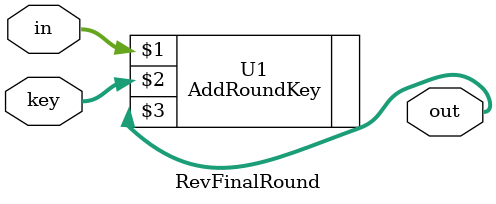
<source format=v>
`timescale 1ns / 1ps
module RevInitialRound(
		input  wire [127:0] in,
		input  wire [127:0] key,
		output wire [127:0] out);

	wire [127:0] tmp [0:1];

	AddRoundKey  U1(in, key, tmp[0]);
	RevShiftRows U2(tmp[0],  tmp[1]);
	RevSubBytes  U3(tmp[1],  out);
endmodule

module RevRound(
		input  wire [127:0] in,
		input  wire [127:0] key,
		output wire [127:0] out);

	wire [127:0] tmp [0:2];

	AddRoundKey   U1(in, key, tmp[0]);
	RevMixColumns U2(tmp[0],  tmp[1]);
	RevShiftRows  U3(tmp[1],  tmp[2]);
	RevSubBytes   U4(tmp[2],  out);
endmodule

module RevFinalRound(
		input  wire [127:0] in,
		input  wire [127:0] key,
		output wire [127:0] out);

	AddRoundKey U1(in, key, out);
endmodule

</source>
